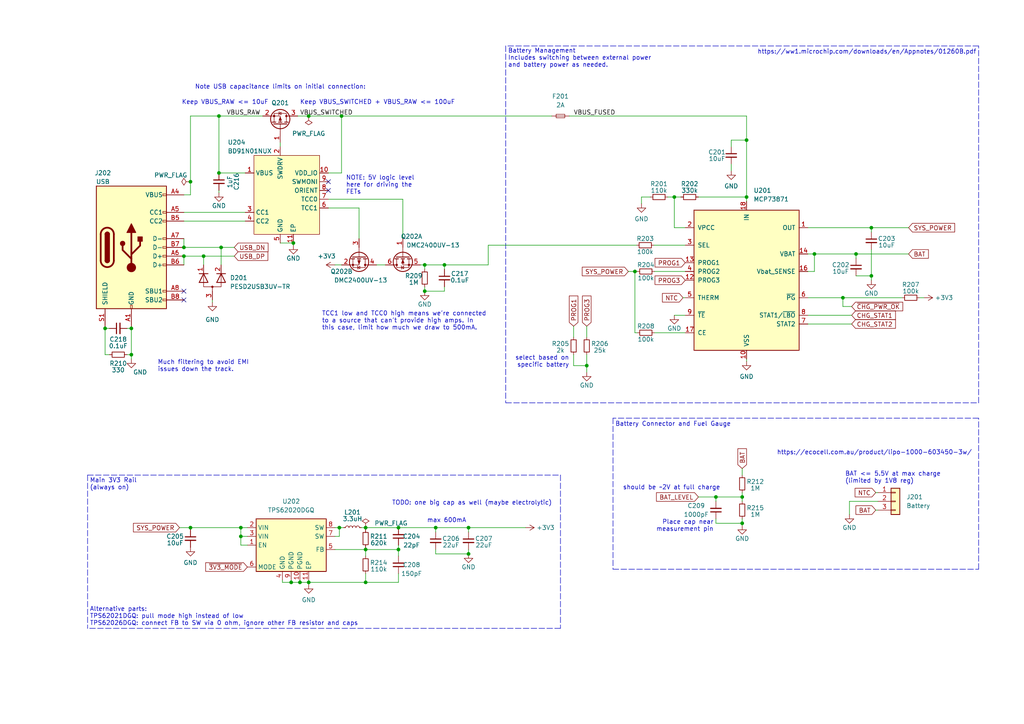
<source format=kicad_sch>
(kicad_sch (version 20211123) (generator eeschema)
  (paper "A4")
  (title_block (date "2022-09-04") (rev "1"))
  (lib_symbols
    (symbol "Battery_Management:MCP73871" (pin_names (offset 1.016))
      (property "Reference" "U" (at -7.62 24.13 0))
      (property "Value" "MCP73871" (at -15.24 21.59 0))
      (symbol "MCP73871_0_1"
        (rectangle (start -15.24 20.32) (end 15.24 -20.32) (stroke (width 0.254)) (fill (type background)))
      )
      (symbol "MCP73871_1_1"
        (pin power_out line (at 17.78 15.24 180) (length 2.54) (name "OUT") (number "1"))
        (pin power_in line (at 0 -22.86 90) (length 2.54) (name "VSS") (number "10"))
        (pin passive line (at 0 -22.86 90) (length 2.54) hide (name "VSS") (number "11"))
        (pin bidirectional line (at -17.78 0 0) (length 2.54) (name "PROG3") (number "12"))
        (pin bidirectional line (at -17.78 5.08 0) (length 2.54) (name "PROG1") (number "13"))
        (pin power_out line (at 17.78 7.62 180) (length 2.54) (name "VBAT") (number "14"))
        (pin passive line (at 17.78 7.62 180) (length 2.54) hide (name "VBAT") (number "15"))
        (pin input line (at 17.78 2.54 180) (length 2.54) (name "Vbat_SENSE") (number "16"))
        (pin input line (at -17.78 -15.24 0) (length 2.54) (name "CE") (number "17"))
        (pin power_in line (at 0 22.86 270) (length 2.54) (name "IN") (number "18"))
        (pin passive line (at 0 22.86 270) (length 2.54) hide (name "IN") (number "19"))
        (pin input line (at -17.78 15.24 0) (length 2.54) (name "VPCC") (number "2"))
        (pin passive line (at 17.78 15.24 180) (length 2.54) hide (name "OUT") (number "20"))
        (pin passive line (at 0 -22.86 90) (length 2.54) hide (name "VSS") (number "21"))
        (pin input line (at -17.78 10.16 0) (length 2.54) (name "SEL") (number "3"))
        (pin input line (at -17.78 2.54 0) (length 2.54) (name "PROG2") (number "4"))
        (pin bidirectional line (at -17.78 -5.08 0) (length 2.54) (name "THERM") (number "5"))
        (pin open_collector line (at 17.78 -5.08 180) (length 2.54) (name "~{PG}") (number "6"))
        (pin open_collector line (at 17.78 -12.7 180) (length 2.54) (name "STAT2") (number "7"))
        (pin open_collector line (at 17.78 -10.16 180) (length 2.54) (name "STAT1/~{LBO}") (number "8"))
        (pin input line (at -17.78 -10.16 0) (length 2.54) (name "~{TE}") (number "9"))
      )
    )
    (symbol "Connector:USB_C_Receptacle_USB2.0" (pin_names (offset 1.016))
      (property "Reference" "J" (at -10.16 19.05 0))
      (property "Value" "USB_C_Receptacle_USB2.0" (at 19.05 19.05 0))
      (symbol "USB_C_Receptacle_USB2.0_0_0"
        (rectangle (start -0.254 -17.78) (end 0.254 -16.764))
        (rectangle (start 10.16 -14.986) (end 9.144 -15.494))
        (rectangle (start 10.16 -12.446) (end 9.144 -12.954))
        (rectangle (start 10.16 -4.826) (end 9.144 -5.334))
        (rectangle (start 10.16 -2.286) (end 9.144 -2.794))
        (rectangle (start 10.16 0.254) (end 9.144 -0.254))
        (rectangle (start 10.16 2.794) (end 9.144 2.286))
        (rectangle (start 10.16 7.874) (end 9.144 7.366))
        (rectangle (start 10.16 10.414) (end 9.144 9.906))
        (rectangle (start 10.16 15.494) (end 9.144 14.986))
      )
      (symbol "USB_C_Receptacle_USB2.0_0_1"
        (rectangle (start -10.16 17.78) (end 10.16 -17.78) (stroke (width 0.254)) (fill (type background)))
        (arc (start -8.89 -3.81) (mid -6.985 -5.715) (end -5.08 -3.81) (stroke (width 0.508)))
        (arc (start -7.62 -3.81) (mid -6.985 -4.445) (end -6.35 -3.81) (stroke (width 0.254)))
        (arc (start -7.62 -3.81) (mid -6.985 -4.445) (end -6.35 -3.81) (stroke (width 0.254)) (fill (type outline)))
        (rectangle (start -7.62 -3.81) (end -6.35 3.81) (stroke (width 0.254)) (fill (type outline)))
        (arc (start -6.35 3.81) (mid -6.985 4.445) (end -7.62 3.81) (stroke (width 0.254)))
        (arc (start -6.35 3.81) (mid -6.985 4.445) (end -7.62 3.81) (stroke (width 0.254)) (fill (type outline)))
        (arc (start -5.08 3.81) (mid -6.985 5.715) (end -8.89 3.81) (stroke (width 0.508)))
        (circle (center -2.54 1.143) (radius 0.635) (stroke (width 0.254)) (fill (type outline)))
        (circle (center 0 -5.842) (radius 1.27) (fill (type outline)))
        (polyline (pts (xy -8.89 -3.81) (xy -8.89 3.81)) (stroke (width 0.508)))
        (polyline (pts (xy -5.08 3.81) (xy -5.08 -3.81)) (stroke (width 0.508)))
        (polyline (pts (xy 0 -5.842) (xy 0 4.318)) (stroke (width 0.508)))
        (polyline (pts (xy 0 -3.302) (xy -2.54 -0.762) (xy -2.54 0.508)) (stroke (width 0.508)))
        (polyline (pts (xy 0 -2.032) (xy 2.54 0.508) (xy 2.54 1.778)) (stroke (width 0.508)))
        (polyline (pts (xy -1.27 4.318) (xy 0 6.858) (xy 1.27 4.318) (xy -1.27 4.318)) (stroke (width 0.254)) (fill (type outline)))
        (rectangle (start 1.905 1.778) (end 3.175 3.048) (stroke (width 0.254)) (fill (type outline)))
      )
      (symbol "USB_C_Receptacle_USB2.0_1_1"
        (pin passive line (at 0 -22.86 90) (length 5.08) (name "GND") (number "A1"))
        (pin passive line (at 0 -22.86 90) (length 5.08) hide (name "GND") (number "A12"))
        (pin passive line (at 15.24 15.24 180) (length 5.08) (name "VBUS") (number "A4"))
        (pin bidirectional line (at 15.24 10.16 180) (length 5.08) (name "CC1") (number "A5"))
        (pin bidirectional line (at 15.24 -2.54 180) (length 5.08) (name "D+") (number "A6"))
        (pin bidirectional line (at 15.24 2.54 180) (length 5.08) (name "D-") (number "A7"))
        (pin bidirectional line (at 15.24 -12.7 180) (length 5.08) (name "SBU1") (number "A8"))
        (pin passive line (at 15.24 15.24 180) (length 5.08) hide (name "VBUS") (number "A9"))
        (pin passive line (at 0 -22.86 90) (length 5.08) hide (name "GND") (number "B1"))
        (pin passive line (at 0 -22.86 90) (length 5.08) hide (name "GND") (number "B12"))
        (pin passive line (at 15.24 15.24 180) (length 5.08) hide (name "VBUS") (number "B4"))
        (pin bidirectional line (at 15.24 7.62 180) (length 5.08) (name "CC2") (number "B5"))
        (pin bidirectional line (at 15.24 -5.08 180) (length 5.08) (name "D+") (number "B6"))
        (pin bidirectional line (at 15.24 0 180) (length 5.08) (name "D-") (number "B7"))
        (pin bidirectional line (at 15.24 -15.24 180) (length 5.08) (name "SBU2") (number "B8"))
        (pin passive line (at 15.24 15.24 180) (length 5.08) hide (name "VBUS") (number "B9"))
        (pin passive line (at -7.62 -22.86 90) (length 5.08) (name "SHIELD") (number "S1"))
      )
    )
    (symbol "Connector_Generic:Conn_01x03" (pin_names (offset 1.016) hide)
      (property "Reference" "J" (at 0 5.08 0))
      (property "Value" "Conn_01x03" (at 0 -5.08 0))
      (symbol "Conn_01x03_1_1"
        (rectangle (start -1.27 -2.413) (end 0 -2.667) (stroke (width 0.1524)))
        (rectangle (start -1.27 0.127) (end 0 -0.127) (stroke (width 0.1524)))
        (rectangle (start -1.27 2.667) (end 0 2.413) (stroke (width 0.1524)))
        (rectangle (start -1.27 3.81) (end 1.27 -3.81) (stroke (width 0.254)) (fill (type background)))
        (pin passive line (at -5.08 2.54 0) (length 3.81) (name "Pin_1") (number "1"))
        (pin passive line (at -5.08 0 0) (length 3.81) (name "Pin_2") (number "2"))
        (pin passive line (at -5.08 -2.54 0) (length 3.81) (name "Pin_3") (number "3"))
      )
    )
    (symbol "Device:C_Small" (pin_numbers hide) (pin_names (offset 0.254) hide)
      (property "Reference" "C" (at 0.254 1.778 0))
      (property "Value" "C_Small" (at 0.254 -2.032 0))
      (symbol "C_Small_0_1"
        (polyline (pts (xy -1.524 -0.508) (xy 1.524 -0.508)) (stroke (width 0.3302)))
        (polyline (pts (xy -1.524 0.508) (xy 1.524 0.508)) (stroke (width 0.3048)))
      )
      (symbol "C_Small_1_1"
        (pin passive line (at 0 2.54 270) (length 2.032) (name "~") (number "1"))
        (pin passive line (at 0 -2.54 90) (length 2.032) (name "~") (number "2"))
      )
    )
    (symbol "Device:D_Dual_CommonAnode_KKA_Parallel" (pin_names (offset 0.762) hide)
      (property "Reference" "D" (at 0 5.08 0))
      (property "Value" "D_Dual_CommonAnode_KKA_Parallel" (at 0 -5.08 0))
      (symbol "D_Dual_CommonAnode_KKA_Parallel_0_0"
        (polyline (pts (xy 2.54 -3.81) (xy 2.54 -1.27)) (stroke (width 0.254)))
        (polyline (pts (xy 2.54 1.27) (xy 2.54 3.81)) (stroke (width 0.254)))
      )
      (symbol "D_Dual_CommonAnode_KKA_Parallel_0_1"
        (circle (center -1.27 0) (radius 0.254) (fill (type outline)))
        (polyline (pts (xy -1.27 0) (xy -2.54 0)))
        (polyline (pts (xy 2.54 2.54) (xy -1.27 2.54) (xy -1.27 -2.54) (xy 2.54 -2.54)))
        (polyline (pts (xy 0 -1.27) (xy 2.54 -2.54) (xy 0 -3.81) (xy 0 -1.27) (xy 0 -1.27) (xy 0 -1.27)) (stroke (width 0.254)))
        (polyline (pts (xy 0 3.81) (xy 2.54 2.54) (xy 0 1.27) (xy 0 3.81) (xy 0 3.81) (xy 0 3.81)) (stroke (width 0.254)))
        (pin passive line (at 5.08 2.54 180) (length 2.54) (name "K") (number "1"))
        (pin passive line (at 5.08 -2.54 180) (length 2.54) (name "K") (number "2"))
        (pin passive line (at -5.08 0 0) (length 2.54) (name "A") (number "3"))
      )
    )
    (symbol "Device:Fuse_Small" (pin_numbers hide) (pin_names (offset 0.254) hide)
      (property "Reference" "F" (at 0 -1.524 0))
      (property "Value" "Fuse_Small" (at 0 1.524 0))
      (symbol "Fuse_Small_0_1"
        (rectangle (start -1.27 0.508) (end 1.27 -0.508))
        (polyline (pts (xy -1.27 0) (xy 1.27 0)))
      )
      (symbol "Fuse_Small_1_1"
        (pin passive line (at -2.54 0 0) (length 1.27) (name "~") (number "1"))
        (pin passive line (at 2.54 0 180) (length 1.27) (name "~") (number "2"))
      )
    )
    (symbol "Device:L_Small" (pin_numbers hide) (pin_names (offset 0.254) hide)
      (property "Reference" "L" (at 0.762 1.016 0))
      (property "Value" "L_Small" (at 0.762 -1.016 0))
      (symbol "L_Small_0_1"
        (arc (start 0 -2.032) (mid 0.508 -1.524) (end 0 -1.016))
        (arc (start 0 -1.016) (mid 0.508 -0.508) (end 0 0))
        (arc (start 0 0) (mid 0.508 0.508) (end 0 1.016))
        (arc (start 0 1.016) (mid 0.508 1.524) (end 0 2.032))
      )
      (symbol "L_Small_1_1"
        (pin passive line (at 0 2.54 270) (length 0.508) (name "~") (number "1"))
        (pin passive line (at 0 -2.54 90) (length 0.508) (name "~") (number "2"))
      )
    )
    (symbol "Device:Q_PMOS_GSD" (pin_names (offset 0) hide)
      (property "Reference" "Q" (at 5.08 1.27 0))
      (property "Value" "Q_PMOS_GSD" (at 5.08 -1.27 0))
      (symbol "Q_PMOS_GSD_0_1"
        (polyline (pts (xy 0.254 0) (xy -2.54 0)))
        (polyline (pts (xy 0.254 1.905) (xy 0.254 -1.905)) (stroke (width 0.254)))
        (polyline (pts (xy 0.762 -1.27) (xy 0.762 -2.286)) (stroke (width 0.254)))
        (polyline (pts (xy 0.762 0.508) (xy 0.762 -0.508)) (stroke (width 0.254)))
        (polyline (pts (xy 0.762 2.286) (xy 0.762 1.27)) (stroke (width 0.254)))
        (polyline (pts (xy 2.54 2.54) (xy 2.54 1.778)))
        (polyline (pts (xy 2.54 -2.54) (xy 2.54 0) (xy 0.762 0)))
        (polyline (pts (xy 0.762 1.778) (xy 3.302 1.778) (xy 3.302 -1.778) (xy 0.762 -1.778)))
        (polyline (pts (xy 2.286 0) (xy 1.27 0.381) (xy 1.27 -0.381) (xy 2.286 0)) (fill (type outline)))
        (polyline (pts (xy 2.794 -0.508) (xy 2.921 -0.381) (xy 3.683 -0.381) (xy 3.81 -0.254)))
        (polyline (pts (xy 3.302 -0.381) (xy 2.921 0.254) (xy 3.683 0.254) (xy 3.302 -0.381)))
        (circle (center 1.651 0) (radius 2.794) (stroke (width 0.254)))
        (circle (center 2.54 -1.778) (radius 0.254) (fill (type outline)))
        (circle (center 2.54 1.778) (radius 0.254) (fill (type outline)))
      )
      (symbol "Q_PMOS_GSD_1_1"
        (pin input line (at -5.08 0 0) (length 2.54) (name "G") (number "1"))
        (pin passive line (at 2.54 -5.08 90) (length 2.54) (name "S") (number "2"))
        (pin passive line (at 2.54 5.08 270) (length 2.54) (name "D") (number "3"))
      )
    )
    (symbol "Device:R_Small" (pin_numbers hide) (pin_names (offset 0.254) hide)
      (property "Reference" "R" (at 0.762 0.508 0))
      (property "Value" "R_Small" (at 0.762 -1.016 0))
      (symbol "R_Small_0_1"
        (rectangle (start -0.762 1.778) (end 0.762 -1.778) (stroke (width 0.2032)))
      )
      (symbol "R_Small_1_1"
        (pin passive line (at 0 2.54 270) (length 0.762) (name "~") (number "1"))
        (pin passive line (at 0 -2.54 90) (length 0.762) (name "~") (number "2"))
      )
    )
    (symbol "Transistor_FET:DMC2053UVT" (pin_names hide)
      (property "Reference" "Q" (at 3.175 1.27 0))
      (property "Value" "DMC2053UVT" (at 3.175 -1.27 0))
      (symbol "DMC2053UVT_0_1"
        (circle (center -0.889 0) (radius 2.794) (stroke (width 0.254)))
        (circle (center 0 -1.778) (radius 0.254) (fill (type outline)))
        (polyline (pts (xy -2.286 0) (xy -5.08 0)))
        (polyline (pts (xy -2.286 1.905) (xy -2.286 -1.905)) (stroke (width 0.254)))
        (polyline (pts (xy -1.778 -1.27) (xy -1.778 -2.286)) (stroke (width 0.254)))
        (polyline (pts (xy -1.778 0.508) (xy -1.778 -0.508)) (stroke (width 0.254)))
        (polyline (pts (xy -1.778 2.286) (xy -1.778 1.27)) (stroke (width 0.254)))
        (polyline (pts (xy 0 2.54) (xy 0 1.778)))
        (polyline (pts (xy 0 -2.54) (xy 0 0) (xy -1.778 0)))
        (polyline (pts (xy -1.778 -1.778) (xy 0.762 -1.778) (xy 0.762 1.778) (xy -1.778 1.778)))
        (circle (center 0 1.778) (radius 0.254) (fill (type outline)))
      )
      (symbol "DMC2053UVT_1_1"
        (polyline (pts (xy -1.524 0) (xy -0.508 0.381) (xy -0.508 -0.381) (xy -1.524 0)) (fill (type outline)))
        (polyline (pts (xy 0.254 0.508) (xy 0.381 0.381) (xy 1.143 0.381) (xy 1.27 0.254)))
        (polyline (pts (xy 0.762 0.381) (xy 0.381 -0.254) (xy 1.143 -0.254) (xy 0.762 0.381)))
        (pin passive line (at -7.62 0 0) (length 2.54) (name "G") (number "1"))
        (pin passive line (at 0 -5.08 90) (length 2.54) (name "S") (number "5"))
        (pin passive line (at 0 5.08 270) (length 2.54) (name "D") (number "6"))
      )
      (symbol "DMC2053UVT_2_1"
        (polyline (pts (xy -0.254 0) (xy -1.27 0.381) (xy -1.27 -0.381) (xy -0.254 0)) (fill (type outline)))
        (polyline (pts (xy 0.254 -0.508) (xy 0.381 -0.381) (xy 1.143 -0.381) (xy 1.27 -0.254)))
        (polyline (pts (xy 0.762 -0.381) (xy 0.381 0.254) (xy 1.143 0.254) (xy 0.762 -0.381)))
        (pin passive line (at 0 -5.08 90) (length 2.54) (name "S") (number "2"))
        (pin passive line (at -7.62 0 0) (length 2.54) (name "G") (number "3"))
        (pin passive line (at 0 5.08 270) (length 2.54) (name "D") (number "4"))
      )
    )
    (symbol "power:+3V3" (power) (pin_names (offset 0))
      (property "Value" "+3V3" (at 0 3.556 0))
      (symbol "+3V3_0_1"
        (polyline (pts (xy -0.762 1.27) (xy 0 2.54)))
        (polyline (pts (xy 0 0) (xy 0 2.54)))
        (polyline (pts (xy 0 2.54) (xy 0.762 1.27)))
      )
      (symbol "+3V3_1_1"
        (pin power_in line (at 0 0 90) (length 0) hide (name "+3V3") (number "1"))
      )
    )
    (symbol "power:GND" (power) (pin_names (offset 0))
      (property "Value" "GND" (at 0 -3.81 0))
      (symbol "GND_0_1"
        (polyline (pts (xy 0 0) (xy 0 -1.27) (xy 1.27 -1.27) (xy 0 -2.54) (xy -1.27 -1.27) (xy 0 -1.27)))
      )
      (symbol "GND_1_1"
        (pin power_in line (at 0 0 270) (length 0) hide (name "GND") (number "1"))
      )
    )
    (symbol "power:PWR_FLAG" (power) (pin_numbers hide) (pin_names (offset 0) hide)
      (property "Value" "PWR_FLAG" (at 0 3.81 0))
      (symbol "PWR_FLAG_0_0"
        (pin power_out line (at 0 0 90) (length 0) (name "pwr") (number "1"))
      )
      (symbol "PWR_FLAG_0_1"
        (polyline (pts (xy 0 0) (xy 0 1.27) (xy -1.016 1.905) (xy 0 2.54) (xy 1.016 1.905) (xy 0 1.27)))
      )
    )
    (symbol "symbols:BD91N01NUX"
      (property "Reference" "U" (at 0 13.97 0))
      (property "Value" "BD91N01NUX" (at 5.08 16.51 0))
      (symbol "BD91N01NUX_0_1"
        (rectangle (start -12.7 12.7) (end 6.35 -10.16) (fill (type background)))
      )
      (symbol "BD91N01NUX_1_1"
        (pin input line (at -15.24 7.62 0) (length 2.54) (name "VBUS") (number "1"))
        (pin input line (at 8.89 7.62 180) (length 2.54) (name "VDD_IO") (number "10"))
        (pin input line (at -1.27 -12.7 90) (length 2.54) (name "EP") (number "11"))
        (pin output line (at -5.08 15.24 270) (length 2.54) (name "SWDRV") (number "2"))
        (pin input line (at -15.24 -3.81 0) (length 2.54) (name "CC1") (number "3"))
        (pin input line (at -15.24 -6.35 0) (length 2.54) (name "CC2") (number "4"))
        (pin input line (at -5.08 -12.7 90) (length 2.54) (name "GND") (number "5"))
        (pin output line (at 8.89 -2.54 180) (length 2.54) (name "TCC1") (number "6"))
        (pin output line (at 8.89 0 180) (length 2.54) (name "TCC0") (number "7"))
        (pin output line (at 8.89 2.54 180) (length 2.54) (name "ORIENT") (number "8"))
        (pin output line (at 8.89 5.08 180) (length 2.54) (name "SWMONI") (number "9"))
      )
    )
    (symbol "symbols:TPS62026"
      (property "Reference" "U" (at 0 3.81 0))
      (property "Value" "TPS62026" (at 0 6.35 0))
      (symbol "TPS62026_0_0"
        (pin power_in line (at 2.54 -10.16 90) (length 2.54) (name "PGND") (number "10"))
        (pin power_in line (at 5.08 -10.16 90) (length 2.54) (name "EP") (number "11"))
      )
      (symbol "TPS62026_1_1"
        (rectangle (start -10.16 7.62) (end 10.16 -7.62) (stroke (width 0.254)) (fill (type background)))
        (pin input line (at -12.7 0 0) (length 2.54) (name "EN") (number "1"))
        (pin power_in line (at -12.7 5.08 0) (length 2.54) (name "VIN") (number "2"))
        (pin input line (at -12.7 2.54 0) (length 2.54) (name "VIN") (number "3"))
        (pin input line (at -2.54 -10.16 90) (length 2.54) (name "GND") (number "4"))
        (pin open_collector line (at 12.7 -1.27 180) (length 2.54) (name "FB") (number "5"))
        (pin open_collector line (at -12.7 -6.35 0) (length 2.54) (name "MODE") (number "6"))
        (pin power_out line (at 12.7 2.54 180) (length 2.54) (name "SW") (number "7"))
        (pin power_in line (at 12.7 5.08 180) (length 2.54) (name "SW") (number "8"))
        (pin power_in line (at 0 -10.16 90) (length 2.54) (name "PGND") (number "9"))
      )
    )
  )
  (junction (at 106.045 168.91))
  (junction (at 215.265 144.145))
  (junction (at 89.535 168.91))
  (junction (at 84.455 168.91))
  (junction (at 30.48 95.25))
  (junction (at 128.905 76.835))
  (junction (at 135.89 160.655))
  (junction (at 89.535 33.655))
  (junction (at 99.06 33.655))
  (junction (at 236.22 73.66))
  (junction (at 63.5 33.655))
  (junction (at 135.89 153.035))
  (junction (at 106.045 159.385))
  (junction (at 98.425 153.035))
  (junction (at 69.85 153.035))
  (junction (at 123.19 76.835))
  (junction (at 115.57 159.385))
  (junction (at 215.265 151.765))
  (junction (at 69.85 155.575))
  (junction (at 207.645 144.145))
  (junction (at 126.365 153.035))
  (junction (at 184.15 78.74))
  (junction (at 55.245 153.035))
  (junction (at 53.34 71.755))
  (junction (at 38.1 95.25))
  (junction (at 38.1 102.87))
  (junction (at 248.285 73.66))
  (junction (at 63.5 50.165))
  (junction (at 216.535 40.64))
  (junction (at 55.245 52.705))
  (junction (at 123.19 84.455))
  (junction (at 86.995 168.91))
  (junction (at 216.535 57.15))
  (junction (at 53.34 74.295))
  (junction (at 195.58 57.15))
  (junction (at 85.09 70.485))
  (junction (at 115.57 153.035))
  (junction (at 64.135 71.755))
  (junction (at 244.475 86.36))
  (junction (at 252.73 66.04))
  (junction (at 59.055 74.295))
  (junction (at 252.73 80.01))
  (junction (at 106.045 153.035))
  (junction (at 170.18 106.045))
  (no_connect (at 95.25 52.705))
  (no_connect (at 95.25 55.245))
  (no_connect (at 53.34 84.455))
  (no_connect (at 53.34 86.995))
  (wire (pts (xy 30.48 95.25) (xy 30.48 102.87)))
  (polyline (pts (xy 283.845 13.335) (xy 146.685 13.335)))
  (wire (pts (xy 63.5 50.165) (xy 63.5 33.655)))
  (wire (pts (xy 126.365 154.305) (xy 126.365 153.035)))
  (wire (pts (xy 115.57 166.37) (xy 115.57 168.91)))
  (wire (pts (xy 128.905 83.185) (xy 128.905 84.455)))
  (wire (pts (xy 207.645 145.415) (xy 207.645 144.145)))
  (wire (pts (xy 252.73 67.31) (xy 252.73 66.04)))
  (wire (pts (xy 55.245 33.655) (xy 55.245 52.705)))
  (wire (pts (xy 123.19 84.455) (xy 123.19 83.185)))
  (wire (pts (xy 188.595 57.15) (xy 186.055 57.15)))
  (wire (pts (xy 126.365 153.035) (xy 135.89 153.035)))
  (wire (pts (xy 216.535 40.64) (xy 216.535 57.15)))
  (wire (pts (xy 128.905 76.835) (xy 141.605 76.835)))
  (wire (pts (xy 61.595 87.63) (xy 61.595 86.995)))
  (wire (pts (xy 234.315 86.36) (xy 244.475 86.36)))
  (polyline (pts (xy 25.4 137.795) (xy 25.4 182.245)))
  (wire (pts (xy 135.89 159.385) (xy 135.89 160.655)))
  (wire (pts (xy 234.315 91.44) (xy 247.015 91.44)))
  (wire (pts (xy 55.245 153.035) (xy 69.85 153.035)))
  (wire (pts (xy 244.475 86.36) (xy 261.62 86.36)))
  (wire (pts (xy 202.565 57.15) (xy 216.535 57.15)))
  (polyline (pts (xy 162.56 137.795) (xy 162.56 182.245)))
  (wire (pts (xy 86.995 168.91) (xy 89.535 168.91)))
  (wire (pts (xy 109.22 76.835) (xy 111.76 76.835)))
  (wire (pts (xy 202.565 144.145) (xy 207.645 144.145)))
  (wire (pts (xy 215.265 135.89) (xy 215.265 137.795)))
  (wire (pts (xy 195.58 66.04) (xy 195.58 57.15)))
  (wire (pts (xy 106.045 168.91) (xy 89.535 168.91)))
  (wire (pts (xy 95.25 57.785) (xy 116.84 57.785)))
  (wire (pts (xy 38.1 94.615) (xy 38.1 95.25)))
  (wire (pts (xy 170.18 106.045) (xy 170.18 107.95)))
  (wire (pts (xy 63.5 33.655) (xy 76.2 33.655)))
  (wire (pts (xy 184.15 96.52) (xy 184.15 78.74)))
  (wire (pts (xy 198.755 66.04) (xy 195.58 66.04)))
  (wire (pts (xy 95.25 50.165) (xy 99.06 50.165)))
  (wire (pts (xy 71.755 158.115) (xy 69.85 158.115)))
  (wire (pts (xy 53.34 64.135) (xy 71.12 64.135)))
  (wire (pts (xy 135.89 153.035) (xy 152.4 153.035)))
  (wire (pts (xy 170.18 102.87) (xy 170.18 106.045)))
  (wire (pts (xy 123.19 78.105) (xy 123.19 76.835)))
  (wire (pts (xy 69.85 153.035) (xy 71.755 153.035)))
  (wire (pts (xy 116.84 57.785) (xy 116.84 69.215)))
  (wire (pts (xy 254 142.875) (xy 254.635 142.875)))
  (wire (pts (xy 234.315 93.98) (xy 247.015 93.98)))
  (wire (pts (xy 254.635 145.415) (xy 246.38 145.415)))
  (wire (pts (xy 123.19 76.835) (xy 121.92 76.835)))
  (wire (pts (xy 106.045 153.035) (xy 115.57 153.035)))
  (wire (pts (xy 236.22 73.66) (xy 248.285 73.66)))
  (wire (pts (xy 81.28 41.275) (xy 81.28 42.545)))
  (wire (pts (xy 55.245 153.035) (xy 55.245 153.67)))
  (wire (pts (xy 38.1 95.25) (xy 38.1 102.87)))
  (wire (pts (xy 198.755 96.52) (xy 189.865 96.52)))
  (wire (pts (xy 165.1 33.655) (xy 216.535 33.655)))
  (wire (pts (xy 115.57 158.115) (xy 115.57 159.385)))
  (wire (pts (xy 64.135 71.755) (xy 67.945 71.755)))
  (wire (pts (xy 215.265 152.4) (xy 215.265 151.765)))
  (wire (pts (xy 195.58 91.44) (xy 198.755 91.44)))
  (wire (pts (xy 99.06 33.655) (xy 99.06 50.165)))
  (wire (pts (xy 59.055 74.295) (xy 59.055 76.835)))
  (wire (pts (xy 128.905 84.455) (xy 123.19 84.455)))
  (wire (pts (xy 215.265 151.765) (xy 215.265 150.495)))
  (wire (pts (xy 135.89 153.035) (xy 135.89 154.305)))
  (polyline (pts (xy 146.685 116.84) (xy 283.845 116.84)))
  (wire (pts (xy 106.045 153.67) (xy 106.045 153.035)))
  (wire (pts (xy 216.535 104.775) (xy 216.535 104.14)))
  (wire (pts (xy 248.285 73.66) (xy 248.285 74.93)))
  (wire (pts (xy 81.28 70.485) (xy 85.09 70.485)))
  (polyline (pts (xy 283.845 165.1) (xy 283.845 121.285)))
  (wire (pts (xy 53.34 71.755) (xy 64.135 71.755)))
  (wire (pts (xy 182.245 78.74) (xy 184.15 78.74)))
  (polyline (pts (xy 177.8 165.1) (xy 283.845 165.1)))
  (wire (pts (xy 115.57 159.385) (xy 106.045 159.385)))
  (polyline (pts (xy 146.685 13.335) (xy 146.685 116.84)))
  (wire (pts (xy 81.915 168.91) (xy 84.455 168.91)))
  (wire (pts (xy 198.12 86.36) (xy 198.755 86.36)))
  (wire (pts (xy 86.995 168.275) (xy 86.995 168.91)))
  (wire (pts (xy 53.34 74.295) (xy 59.055 74.295)))
  (wire (pts (xy 89.535 168.91) (xy 89.535 169.545)))
  (wire (pts (xy 55.245 33.655) (xy 63.5 33.655)))
  (wire (pts (xy 69.85 155.575) (xy 69.85 158.115)))
  (wire (pts (xy 252.73 81.28) (xy 252.73 80.01)))
  (wire (pts (xy 186.055 57.15) (xy 186.055 59.055)))
  (wire (pts (xy 106.045 166.37) (xy 106.045 168.91)))
  (wire (pts (xy 95.25 60.325) (xy 104.14 60.325)))
  (wire (pts (xy 98.425 153.035) (xy 97.155 153.035)))
  (wire (pts (xy 212.09 42.545) (xy 212.09 40.64)))
  (wire (pts (xy 30.48 102.87) (xy 31.75 102.87)))
  (wire (pts (xy 98.425 155.575) (xy 98.425 153.035)))
  (wire (pts (xy 53.34 61.595) (xy 71.12 61.595)))
  (wire (pts (xy 236.22 78.74) (xy 236.22 73.66)))
  (wire (pts (xy 244.475 86.36) (xy 244.475 88.9)))
  (wire (pts (xy 53.34 56.515) (xy 55.245 56.515)))
  (wire (pts (xy 59.055 74.295) (xy 67.945 74.295)))
  (polyline (pts (xy 162.56 182.245) (xy 25.4 182.245)))
  (wire (pts (xy 170.18 94.615) (xy 170.18 97.79)))
  (wire (pts (xy 246.38 145.415) (xy 246.38 149.225)))
  (wire (pts (xy 126.365 160.655) (xy 126.365 159.385)))
  (wire (pts (xy 189.865 78.74) (xy 198.755 78.74)))
  (wire (pts (xy 55.245 52.705) (xy 55.245 56.515)))
  (wire (pts (xy 53.34 71.755) (xy 53.34 69.215)))
  (wire (pts (xy 126.365 160.655) (xy 135.89 160.655)))
  (wire (pts (xy 86.36 33.655) (xy 89.535 33.655)))
  (wire (pts (xy 252.73 72.39) (xy 252.73 80.01)))
  (polyline (pts (xy 177.8 121.285) (xy 177.8 165.1)))
  (wire (pts (xy 207.645 151.765) (xy 215.265 151.765)))
  (wire (pts (xy 99.695 153.035) (xy 98.425 153.035)))
  (wire (pts (xy 216.535 57.15) (xy 216.535 58.42)))
  (wire (pts (xy 244.475 88.9) (xy 247.015 88.9)))
  (wire (pts (xy 84.455 168.91) (xy 86.995 168.91)))
  (wire (pts (xy 215.265 144.145) (xy 215.265 142.875)))
  (wire (pts (xy 71.755 155.575) (xy 69.85 155.575)))
  (wire (pts (xy 234.315 78.74) (xy 236.22 78.74)))
  (wire (pts (xy 104.14 60.325) (xy 104.14 69.215)))
  (wire (pts (xy 166.37 102.87) (xy 166.37 106.045)))
  (wire (pts (xy 30.48 94.615) (xy 30.48 95.25)))
  (wire (pts (xy 212.09 40.64) (xy 216.535 40.64)))
  (wire (pts (xy 195.58 57.15) (xy 197.485 57.15)))
  (wire (pts (xy 215.265 145.415) (xy 215.265 144.145)))
  (polyline (pts (xy 283.845 116.84) (xy 283.845 13.335)))
  (wire (pts (xy 212.09 47.625) (xy 212.09 49.53)))
  (wire (pts (xy 128.905 76.835) (xy 128.905 78.105)))
  (polyline (pts (xy 283.845 121.285) (xy 177.8 121.285)))
  (wire (pts (xy 85.09 70.485) (xy 85.09 71.12)))
  (wire (pts (xy 248.285 73.66) (xy 263.525 73.66)))
  (wire (pts (xy 189.6926 71.12) (xy 198.755 71.12)))
  (wire (pts (xy 97.155 76.835) (xy 99.06 76.835)))
  (wire (pts (xy 64.135 71.755) (xy 64.135 76.835)))
  (wire (pts (xy 89.535 168.275) (xy 89.535 168.91)))
  (wire (pts (xy 84.455 168.275) (xy 84.455 168.91)))
  (wire (pts (xy 89.535 33.655) (xy 99.06 33.655)))
  (wire (pts (xy 216.535 33.655) (xy 216.535 40.64)))
  (wire (pts (xy 38.1 102.87) (xy 38.1 104.14)))
  (wire (pts (xy 97.155 159.385) (xy 106.045 159.385)))
  (wire (pts (xy 115.57 153.035) (xy 126.365 153.035)))
  (wire (pts (xy 106.045 159.385) (xy 106.045 161.29)))
  (wire (pts (xy 141.605 71.12) (xy 141.605 76.835)))
  (wire (pts (xy 254 147.955) (xy 254.635 147.955)))
  (wire (pts (xy 81.915 168.275) (xy 81.915 168.91)))
  (wire (pts (xy 184.785 78.74) (xy 184.15 78.74)))
  (wire (pts (xy 115.57 159.385) (xy 115.57 161.29)))
  (wire (pts (xy 234.315 66.04) (xy 252.73 66.04)))
  (wire (pts (xy 166.37 106.045) (xy 170.18 106.045)))
  (wire (pts (xy 106.045 153.035) (xy 104.775 153.035)))
  (wire (pts (xy 106.045 159.385) (xy 106.045 158.75)))
  (wire (pts (xy 69.85 155.575) (xy 69.85 153.035)))
  (wire (pts (xy 184.785 96.52) (xy 184.15 96.52)))
  (wire (pts (xy 99.06 33.655) (xy 160.02 33.655)))
  (wire (pts (xy 115.57 168.91) (xy 106.045 168.91)))
  (wire (pts (xy 266.7 86.36) (xy 267.97 86.36)))
  (wire (pts (xy 30.48 95.25) (xy 31.75 95.25)))
  (wire (pts (xy 248.285 80.01) (xy 252.73 80.01)))
  (wire (pts (xy 123.19 76.835) (xy 128.905 76.835)))
  (wire (pts (xy 252.73 66.04) (xy 263.525 66.04)))
  (wire (pts (xy 97.155 155.575) (xy 98.425 155.575)))
  (wire (pts (xy 141.605 71.12) (xy 184.6126 71.12)))
  (wire (pts (xy 207.645 150.495) (xy 207.645 151.765)))
  (wire (pts (xy 36.83 95.25) (xy 38.1 95.25)))
  (polyline (pts (xy 25.4 137.795) (xy 162.56 137.795)))
  (wire (pts (xy 166.37 94.615) (xy 166.37 97.79)))
  (wire (pts (xy 193.675 57.15) (xy 195.58 57.15)))
  (wire (pts (xy 36.83 102.87) (xy 38.1 102.87)))
  (wire (pts (xy 207.645 144.145) (xy 215.265 144.145)))
  (wire (pts (xy 63.5 55.88) (xy 63.5 55.245)))
  (wire (pts (xy 71.12 50.165) (xy 63.5 50.165)))
  (wire (pts (xy 234.315 73.66) (xy 236.22 73.66)))
  (wire (pts (xy 53.34 74.295) (xy 53.34 76.835)))
  (wire (pts (xy 52.07 153.035) (xy 55.245 153.035)))
  (text "Place cap near\nmeasurement pin" (at 207.01 154.305 180) (effects (font (size 1.27 1.27)) (justify right bottom)))
  (text "TODO: one big cap as well (maybe electrolytic)" (at 113.665 146.685 0) (effects (font (size 1.27 1.27)) (justify left bottom)))
  (text "https://ecocell.com.au/product/lipo-1000-603450-3w/" (at 281.94 132.08 0) (effects (font (size 1.27 1.27)) (justify right bottom)))
  (text "max 600mA" (at 123.825 151.765 0) (effects (font (size 1.27 1.27)) (justify left bottom)))
  (text "https://ww1.microchip.com/downloads/en/Appnotes/01260B.pdf" (at 283.21 15.875 0) (effects (font (size 1.27 1.27)) (justify right bottom)))
  (text "Battery Connector and Fuel Gauge" (at 178.435 123.825 0) (effects (font (size 1.27 1.27)) (justify left bottom)))
  (text "Main 3V3 Rail\n(always on)" (at 26.035 142.24 0) (effects (font (size 1.27 1.27)) (justify left bottom)))
  (text "should be ~2V at full charge" (at 208.915 142.24 180) (effects (font (size 1.27 1.27)) (justify right bottom)))
  (text "Much filtering to avoid EMI\nissues down the track." (at 45.72 107.95 0) (effects (font (size 1.27 1.27)) (justify left bottom)))
  (text "Battery Management\nIncludes switching between external power\nand battery power as needed." (at 147.32 19.685 0) (effects (font (size 1.27 1.27)) (justify left bottom)))
  (text "NOTE: 5V logic level\nhere for driving the\nFETs" (at 100.33 56.515 0) (effects (font (size 1.27 1.27)) (justify left bottom)))
  (text "TCC1 low and TCC0 high means we're connected\nto a source that can't provide high amps. In\nthis case, limit how much we draw to 500mA." (at 93.345 95.885 0) (effects (font (size 1.27 1.27)) (justify left bottom)))
  (text "Keep VBUS_RAW <= 10uF" (at 52.705 30.48 0) (effects (font (size 1.27 1.27)) (justify left bottom)))
  (text "Keep VBUS_SWITCHED + VBUS_RAW <= 100uF" (at 86.995 30.48 0) (effects (font (size 1.27 1.27)) (justify left bottom)))
  (text "select based on\nspecific battery" (at 165.1 106.68 180) (effects (font (size 1.27 1.27)) (justify right bottom)))
  (text "Note USB capacitance limits on initial connection:" (at 56.515 26.035 0) (effects (font (size 1.27 1.27)) (justify left bottom)))
  (text "Alternative parts:\nTPS62021DGQ: pull mode high instead of low\nTPS62026DGQ: connect FB to SW via 0 ohm, ignore other FB resistor and caps" (at 26.035 181.61 0) (effects (font (size 1.27 1.27)) (justify left bottom)))
  (text "BAT <= 5.5V at max charge\n(limited by 1V8 reg)" (at 245.11 140.335 0) (effects (font (size 1.27 1.27)) (justify left bottom)))
  (label "VBUS_RAW" (at 75.565 33.655 180))
  (label "VBUS_FUSED" (at 166.37 33.655 0))
  (label "VBUS_SWITCHED" (at 86.995 33.655 0))
  (global_label "~{3V3_MODE}" (shape input) (at 71.755 164.465 180) (property "Intersheet References" "${INTERSHEET_REFS}" (effects hide)))
  (global_label "~{CHG_PWR_OK}" (shape input) (at 247.015 88.9 0) (property "Intersheet References" "${INTERSHEET_REFS}" (effects hide)))
  (global_label "BAT" (shape input) (at 254 147.955 180) (property "Intersheet References" "${INTERSHEET_REFS}" (effects hide)))
  (global_label "PROG3" (shape input) (at 170.18 94.615 90) (property "Intersheet References" "${INTERSHEET_REFS}" (effects hide)))
  (global_label "SYS_POWER" (shape input) (at 263.525 66.04 0) (property "Intersheet References" "${INTERSHEET_REFS}" (effects hide)))
  (global_label "CHG_STAT2" (shape input) (at 247.015 93.98 0) (property "Intersheet References" "${INTERSHEET_REFS}" (effects hide)))
  (global_label "PROG3" (shape input) (at 198.755 81.28 180) (property "Intersheet References" "${INTERSHEET_REFS}" (effects hide)))
  (global_label "USB_DP" (shape input) (at 67.945 74.295 0) (property "Intersheet References" "${INTERSHEET_REFS}" (effects hide)))
  (global_label "PROG1" (shape input) (at 166.37 94.615 90) (property "Intersheet References" "${INTERSHEET_REFS}" (effects hide)))
  (global_label "SYS_POWER" (shape input) (at 52.07 153.035 180) (property "Intersheet References" "${INTERSHEET_REFS}" (effects hide)))
  (global_label "NTC" (shape input) (at 198.12 86.36 180) (property "Intersheet References" "${INTERSHEET_REFS}" (effects hide)))
  (global_label "BAT" (shape input) (at 215.265 135.89 90) (property "Intersheet References" "${INTERSHEET_REFS}" (effects hide)))
  (global_label "SYS_POWER" (shape input) (at 182.245 78.74 180) (property "Intersheet References" "${INTERSHEET_REFS}" (effects hide)))
  (global_label "CHG_STAT1" (shape input) (at 247.015 91.44 0) (property "Intersheet References" "${INTERSHEET_REFS}" (effects hide)))
  (global_label "BAT" (shape input) (at 263.525 73.66 0) (property "Intersheet References" "${INTERSHEET_REFS}" (effects hide)))
  (global_label "PROG1" (shape input) (at 198.755 76.2 180) (property "Intersheet References" "${INTERSHEET_REFS}" (effects hide)))
  (global_label "BAT_LEVEL" (shape input) (at 202.565 144.145 180) (property "Intersheet References" "${INTERSHEET_REFS}" (effects hide)))
  (global_label "NTC" (shape input) (at 254 142.875 180) (property "Intersheet References" "${INTERSHEET_REFS}" (effects hide)))
  (global_label "USB_DN" (shape input) (at 67.945 71.755 0) (property "Intersheet References" "${INTERSHEET_REFS}" (effects hide)))
  (symbol (lib_id "Device:R_Small") (at 215.265 147.955 0) (unit 1)
    (property "Reference" "R215" (at 219.075 147.32 0))
    (property "Value" "1M" (at 219.075 149.225 0))
    (property "Footprint" "Resistor_SMD:R_0603_1608Metric" (effects hide))
    (property "PN" "AC0603FR-131ML" (effects hide))
  )
  (symbol (lib_id "symbols:BD91N01NUX") (at 86.36 57.785 0) (unit 1)
    (property "Reference" "U204" (at 66.04 41.275 0) (effects (justify left)))
    (property "Value" "BD91N01NUX" (at 66.04 43.815 0) (effects (justify left)))
    (property "Footprint" "footprints:BD91N01NUX-E2" (effects hide))
    (property "PN" "BD91N01NUX" (effects hide))
  )
  (symbol (lib_id "power:GND") (at 63.5 55.88 0) (unit 1)
    (property "Reference" "#PWR0210" (effects hide))
    (property "Value" "GND" (at 63.5 59.69 0))
  )
  (symbol (lib_id "Device:C_Small") (at 126.365 156.845 0) (unit 1)
    (property "Reference" "C206" (at 130.81 156.21 0))
    (property "Value" "22uF" (at 130.81 158.115 0))
    (property "Footprint" "Capacitor_SMD:C_1206_3216Metric" (effects hide))
    (property "PN" "CL31A226MOCLNNC" (effects hide))
  )
  (symbol (lib_id "power:+3V3") (at 152.4 153.035 270) (unit 1)
    (property "Reference" "#PWR0207" (effects hide))
    (property "Value" "+3V3" (at 155.575 153.0349 90) (effects (justify left)))
  )
  (symbol (lib_id "Device:C_Small") (at 55.245 156.21 0) (unit 1)
    (property "Reference" "C205" (at 50.8 155.575 0))
    (property "Value" "10uF" (at 50.8 157.48 0))
    (property "Footprint" "Capacitor_SMD:C_0805_2012Metric" (effects hide))
    (property "PN" "EMK212ABJ106KG-T" (effects hide))
  )
  (symbol (lib_id "Device:R_Small") (at 187.325 96.52 90) (unit 1)
    (property "Reference" "R208" (at 187.325 94.615 90))
    (property "Value" "100k" (at 187.325 98.425 90))
    (property "Footprint" "Resistor_SMD:R_0603_1608Metric" (effects hide))
    (property "PN" "RC0603JR-10100KL" (effects hide))
  )
  (symbol (lib_id "Device:R_Small") (at 264.16 86.36 90) (unit 1)
    (property "Reference" "R207" (at 264.16 82.55 90))
    (property "Value" "100k" (at 264.16 84.455 90))
    (property "Footprint" "Resistor_SMD:R_0603_1608Metric" (effects hide))
    (property "PN" "RC0603JR-10100KL" (effects hide))
  )
  (symbol (lib_id "power:PWR_FLAG") (at 106.045 153.035 0) (unit 1)
    (property "Reference" "#FLG0102" (effects hide))
    (property "Value" "PWR_FLAG" (at 108.585 151.7649 0) (effects (justify left)))
  )
  (symbol (lib_id "power:GND") (at 89.535 169.545 0) (unit 1)
    (property "Reference" "#PWR0212" (effects hide))
    (property "Value" "GND" (at 89.535 173.99 0))
  )
  (symbol (lib_id "power:GND") (at 246.38 149.225 0) (unit 1)
    (property "Reference" "#PWR0211" (effects hide))
    (property "Value" "GND" (at 246.38 153.035 0))
  )
  (symbol (lib_id "Device:C_Small") (at 248.285 77.47 0) (unit 1)
    (property "Reference" "C202" (at 243.84 76.835 0))
    (property "Value" "10uF" (at 243.84 78.74 0))
    (property "Footprint" "Capacitor_SMD:C_0805_2012Metric" (effects hide))
    (property "PN" "EMK212ABJ106KG-T" (effects hide))
  )
  (symbol (lib_id "Device:D_Dual_CommonAnode_KKA_Parallel") (at 61.595 81.915 90) (unit 1)
    (property "Reference" "D201" (at 66.675 80.5814 90) (effects (justify right)))
    (property "Value" "PESD2USB3UV-TR" (at 66.675 83.1214 90) (effects (justify right)))
    (property "Footprint" "Package_TO_SOT_SMD:SOT-23" (effects hide))
    (property "PN" "PESD2USB3UV-TR" (effects hide))
  )
  (symbol (lib_id "Battery_Management:MCP73871") (at 216.535 81.28 0) (unit 1)
    (property "Reference" "U201" (at 218.5544 55.245 0) (effects (justify left)))
    (property "Value" "MCP73871" (at 218.5544 57.785 0) (effects (justify left)))
    (property "Footprint" "Package_DFN_QFN:QFN-20-1EP_4x4mm_P0.5mm_EP2.5x2.5mm_ThermalVias" (effects hide))
    (property "Datasheet" "http://www.mouser.com/ds/2/268/22090a-52174.pdf" (effects hide))
    (property "PN" "MCP73871" (effects hide))
  )
  (symbol (lib_id "Device:R_Small") (at 123.19 80.645 180) (unit 1)
    (property "Reference" "R209" (at 120.015 80.01 0))
    (property "Value" "1M" (at 120.015 81.915 0))
    (property "Footprint" "Resistor_SMD:R_0603_1608Metric" (effects hide))
    (property "PN" "AC0603FR-131ML" (effects hide))
  )
  (symbol (lib_id "power:GND") (at 61.595 87.63 0) (unit 1)
    (property "Reference" "#PWR0221" (effects hide))
    (property "Value" "GND" (at 61.595 92.71 0))
  )
  (symbol (lib_id "power:GND") (at 38.1 104.14 0) (unit 1)
    (property "Reference" "#PWR0222" (effects hide))
    (property "Value" "GND" (at 40.64 107.95 0))
  )
  (symbol (lib_id "power:GND") (at 195.58 91.44 0) (unit 1)
    (property "Reference" "#PWR0204" (effects hide))
    (property "Value" "GND" (at 195.58 95.25 0))
  )
  (symbol (lib_id "Device:R_Small") (at 215.265 140.335 0) (unit 1)
    (property "Reference" "R212" (at 219.075 139.7 0))
    (property "Value" "1M" (at 219.075 141.605 0))
    (property "Footprint" "Resistor_SMD:R_0603_1608Metric" (effects hide))
    (property "PN" "AC0603FR-131ML" (effects hide))
  )
  (symbol (lib_id "Device:C_Small") (at 207.645 147.955 180) (unit 1)
    (property "Reference" "C209" (at 201.93 146.685 0))
    (property "Value" "1000pF" (at 201.93 149.225 0))
    (property "Footprint" "Capacitor_SMD:C_0805_2012Metric" (effects hide))
    (property "PN" "0805YD102KAT2A" (effects hide))
  )
  (symbol (lib_id "Device:C_Small") (at 115.57 155.575 180) (unit 1)
    (property "Reference" "C204" (at 119.38 155.575 0))
    (property "Value" "22pF" (at 119.38 158.115 0))
    (property "Footprint" "Capacitor_SMD:C_0603_1608Metric" (effects hide))
    (property "PN" "C0603C220K4GACTU" (effects hide))
  )
  (symbol (lib_id "Device:R_Small") (at 166.37 100.33 0) (mirror y) (unit 1)
    (property "Reference" "R205" (at 162.56 99.695 0))
    (property "Value" "2k" (at 162.56 101.6 0))
    (property "Footprint" "Resistor_SMD:R_0603_1608Metric" (effects hide))
    (property "PN" "AR0603JR-072KL" (effects hide))
  )
  (symbol (lib_id "Device:C_Small") (at 252.73 69.85 0) (unit 1)
    (property "Reference" "C203" (at 257.175 69.215 0))
    (property "Value" "10uF" (at 257.175 71.12 0))
    (property "Footprint" "Capacitor_SMD:C_0805_2012Metric" (effects hide))
    (property "PN" "EMK212ABJ106KG-T" (effects hide))
  )
  (symbol (lib_id "symbols:TPS62026") (at 84.455 158.115 0) (unit 1)
    (property "Reference" "U202" (at 84.455 145.415 0))
    (property "Value" "TPS62020DGQ" (at 84.455 147.955 0))
    (property "Footprint" "Package_SO:MSOP-10-1EP_3x3mm_P0.5mm_EP1.68x1.88mm_ThermalVias" (effects hide))
    (property "PN" "TPS62020DGQ" (effects hide))
  )
  (symbol (lib_id "Device:C_Small") (at 128.905 80.645 0) (unit 1)
    (property "Reference" "C217" (at 133.35 79.375 0))
    (property "Value" "0.1uF" (at 133.35 81.28 0))
    (property "Footprint" "Capacitor_SMD:C_0603_1608Metric" (effects hide))
    (property "PN" "EMK107BJ104KAHT" (effects hide))
  )
  (symbol (lib_id "Device:C_Small") (at 212.09 45.085 0) (unit 1)
    (property "Reference" "C201" (at 207.9625 44.1325 0))
    (property "Value" "10uF" (at 207.9625 46.0375 0))
    (property "Footprint" "Capacitor_SMD:C_0805_2012Metric" (effects hide))
    (property "PN" "EMK212ABJ106KG-T" (effects hide))
  )
  (symbol (lib_id "Transistor_FET:DMC2053UVT") (at 104.14 76.835 270) (unit 2)
    (property "Reference" "Q202" (at 99.06 78.74 90))
    (property "Value" " DMC2400UV-13" (at 104.14 81.28 90))
    (property "Footprint" "Package_TO_SOT_SMD:SOT-563" (effects hide))
    (property "PN" "DMC2400UV-13" (effects hide))
  )
  (symbol (lib_id "power:GND") (at 123.19 84.455 0) (unit 1)
    (property "Reference" "#PWR0220" (effects hide))
    (property "Value" "GND" (at 123.19 88.265 0))
  )
  (symbol (lib_id "Device:R_Small") (at 187.325 78.74 90) (unit 1)
    (property "Reference" "R204" (at 187.325 76.835 90))
    (property "Value" "100k" (at 187.325 80.645 90))
    (property "Footprint" "Resistor_SMD:R_0603_1608Metric" (effects hide))
    (property "PN" "RC0603JR-10100KL" (effects hide))
  )
  (symbol (lib_id "Device:R_Small") (at 191.135 57.15 90) (unit 1)
    (property "Reference" "R201" (at 191.135 53.34 90))
    (property "Value" "110k" (at 191.135 55.245 90))
    (property "Footprint" "Resistor_SMD:R_0603_1608Metric" (effects hide))
    (property "PN" "AC0603FR-07110KL" (effects hide))
  )
  (symbol (lib_id "Device:C_Small") (at 135.89 156.845 0) (unit 1)
    (property "Reference" "C207" (at 140.335 156.21 0))
    (property "Value" "22uF" (at 140.335 158.115 0))
    (property "Footprint" "Capacitor_SMD:C_1206_3216Metric" (effects hide))
    (property "PN" "CL31A226MOCLNNC" (effects hide))
  )
  (symbol (lib_id "power:GND") (at 85.09 71.12 0) (unit 1)
    (property "Reference" "#PWR0218" (effects hide))
    (property "Value" "GND" (at 85.09 74.93 0))
  )
  (symbol (lib_id "Transistor_FET:DMC2053UVT") (at 116.84 76.835 90) (mirror x) (unit 1)
    (property "Reference" "Q202" (at 119.38 68.58 90))
    (property "Value" " DMC2400UV-13" (at 125.095 71.12 90))
    (property "Footprint" "Package_TO_SOT_SMD:SOT-563" (effects hide))
    (property "PN" "DMC2400UV-13" (effects hide))
  )
  (symbol (lib_id "Device:L_Small") (at 102.235 153.035 90) (unit 1)
    (property "Reference" "L201" (at 102.235 148.59 90))
    (property "Value" "3.3uH" (at 102.235 150.495 90))
    (property "Footprint" "Inductor_SMD:L_Wuerth_MAPI-3012" (effects hide))
    (property "PN" "NRH3012T3R3MN" (effects hide))
  )
  (symbol (lib_id "Device:Q_PMOS_GSD") (at 81.28 36.195 270) (mirror x) (unit 1)
    (property "Reference" "Q201" (at 81.28 29.845 90))
    (property "Value" "PMV48XPA2R" (effects hide))
    (property "Footprint" "Package_TO_SOT_SMD:TSOT-23" (effects hide))
    (property "PN" "PMV48XPA2R" (effects hide))
  )
  (symbol (lib_id "power:GND") (at 170.18 107.95 0) (unit 1)
    (property "Reference" "#PWR0205" (effects hide))
    (property "Value" "GND" (at 170.18 111.76 0))
  )
  (symbol (lib_id "power:+3V3") (at 97.155 76.835 90) (unit 1)
    (property "Reference" "#PWR0219" (effects hide))
    (property "Value" "+3V3" (at 92.075 74.295 90) (effects (justify right)))
  )
  (symbol (lib_id "Device:Fuse_Small") (at 162.56 33.655 180) (unit 1)
    (property "Reference" "F201" (at 162.56 27.94 0))
    (property "Value" "2A" (at 162.56 30.48 0))
    (property "Footprint" "Fuse:Fuse_1210_3225Metric" (effects hide))
    (property "PN" " MICROSMD200F-2" (effects hide))
  )
  (symbol (lib_id "power:GND") (at 252.73 81.28 0) (unit 1)
    (property "Reference" "#PWR0203" (effects hide))
    (property "Value" "GND" (at 252.73 85.09 0))
  )
  (symbol (lib_id "power:PWR_FLAG") (at 55.245 52.705 90) (unit 1)
    (property "Reference" "#FLG0202" (effects hide))
    (property "Value" "PWR_FLAG" (at 49.53 50.8 90))
  )
  (symbol (lib_id "Device:C_Small") (at 34.29 95.25 90) (unit 1)
    (property "Reference" "C218" (at 34.29 98.425 90))
    (property "Value" "0.1uF" (at 34.29 100.33 90))
    (property "Footprint" "Capacitor_SMD:C_0805_2012Metric" (effects hide))
    (property "PN" "0805YD104KAT2A" (effects hide))
  )
  (symbol (lib_id "power:PWR_FLAG") (at 89.535 33.655 180) (unit 1)
    (property "Reference" "#FLG0201" (effects hide))
    (property "Value" "PWR_FLAG" (at 89.535 38.735 0))
  )
  (symbol (lib_id "Device:C_Small") (at 63.5 52.705 0) (unit 1)
    (property "Reference" "C216" (at 68.58 55.245 90) (effects (justify left)))
    (property "Value" "1uF" (at 66.675 54.61 90) (effects (justify left)))
    (property "Footprint" "Capacitor_SMD:C_0805_2012Metric" (effects hide))
    (property "PN" "GCJ21BL81E105KA01L" (effects hide))
  )
  (symbol (lib_id "Device:R_Small") (at 200.025 57.15 90) (unit 1)
    (property "Reference" "R202" (at 200.025 53.34 90))
    (property "Value" "330k" (at 200.025 55.245 90))
    (property "Footprint" "Resistor_SMD:R_0603_1608Metric" (effects hide))
    (property "PN" "RT0603FRE07330KL" (effects hide))
  )
  (symbol (lib_id "power:GND") (at 186.055 59.055 0) (unit 1)
    (property "Reference" "#PWR0202" (effects hide))
    (property "Value" "GND" (at 186.055 63.5 0))
  )
  (symbol (lib_id "power:GND") (at 135.89 160.655 0) (unit 1)
    (property "Reference" "#PWR0209" (effects hide))
    (property "Value" "GND" (at 135.89 164.465 0))
  )
  (symbol (lib_id "Device:R_Small") (at 34.29 102.87 90) (unit 1)
    (property "Reference" "R210" (at 34.29 105.41 90))
    (property "Value" "330" (at 34.29 107.315 90))
    (property "Footprint" "Resistor_SMD:R_0805_2012Metric" (effects hide))
    (property "PN" "RC0805FR-10330RL" (effects hide))
  )
  (symbol (lib_id "Device:R_Small") (at 106.045 163.83 0) (unit 1)
    (property "Reference" "R214" (at 109.855 163.195 0))
    (property "Value" "110k" (at 109.855 165.1 0))
    (property "Footprint" "Resistor_SMD:R_0603_1608Metric" (effects hide))
    (property "PN" "AC0603FR-07110KL" (effects hide))
  )
  (symbol (lib_id "Device:C_Small") (at 115.57 163.83 180) (unit 1)
    (property "Reference" "C208" (at 119.38 163.83 0))
    (property "Value" "150pF" (at 119.38 166.37 0))
    (property "Footprint" "Capacitor_SMD:C_0603_1608Metric" (effects hide))
    (property "PN" "CC0603JRX7R9BB151" (effects hide))
  )
  (symbol (lib_id "power:GND") (at 215.265 152.4 0) (unit 1)
    (property "Reference" "#PWR0213" (effects hide))
    (property "Value" "GND" (at 215.265 156.21 0))
  )
  (symbol (lib_id "Device:R_Small") (at 106.045 156.21 0) (unit 1)
    (property "Reference" "R211" (at 109.855 155.575 0))
    (property "Value" "620k" (at 109.855 157.48 0))
    (property "Footprint" "Resistor_SMD:R_0603_1608Metric" (effects hide))
    (property "PN" "AC0603FR-07620KL" (effects hide))
  )
  (symbol (lib_id "Device:R_Small") (at 187.1526 71.12 90) (unit 1)
    (property "Reference" "R203" (at 187.1526 69.215 90))
    (property "Value" "100k" (at 187.1526 73.025 90))
    (property "Footprint" "Resistor_SMD:R_0603_1608Metric" (effects hide))
    (property "PN" "RC0603JR-10100KL" (effects hide))
  )
  (symbol (lib_id "power:+3V3") (at 267.97 86.36 270) (unit 1)
    (property "Reference" "#PWR0121" (effects hide))
    (property "Value" "+3V3" (at 271.145 86.3599 90) (effects (justify left)))
  )
  (symbol (lib_id "Connector:USB_C_Receptacle_USB2.0") (at 38.1 71.755 0) (unit 1)
    (property "Reference" "J202" (at 29.845 50.165 0))
    (property "Value" "USB" (at 29.845 52.705 0))
    (property "Footprint" "Connector_USB:USB_C_Receptacle_GCT_USB4085" (effects hide))
    (property "Datasheet" "https://www.usb.org/sites/default/files/documents/usb_type-c.zip" (effects hide))
    (property "PN" " USB4085-GF-A " (effects hide))
  )
  (symbol (lib_id "power:GND") (at 216.535 104.775 0) (unit 1)
    (property "Reference" "#PWR0206" (effects hide))
    (property "Value" "GND" (at 216.535 109.22 0))
  )
  (symbol (lib_id "power:GND") (at 212.09 49.53 0) (unit 1)
    (property "Reference" "#PWR0201" (effects hide))
    (property "Value" "GND" (at 212.09 53.975 0))
  )
  (symbol (lib_id "Connector_Generic:Conn_01x03") (at 259.715 145.415 0) (unit 1)
    (property "Reference" "J201" (at 262.89 144.1449 0) (effects (justify left)))
    (property "Value" "Battery" (at 262.89 146.6849 0) (effects (justify left)))
    (property "Footprint" "Connector_JST:JST_PH_B3B-PH-K_1x03_P2.00mm_Vertical" (effects hide))
    (property "PN" "0530470310" (effects hide))
  )
  (symbol (lib_id "Device:R_Small") (at 170.18 100.33 0) (unit 1)
    (property "Reference" "R206" (at 173.99 99.695 0))
    (property "Value" "25k" (at 173.99 101.6 0))
    (property "Footprint" "Resistor_SMD:R_0603_1608Metric" (effects hide))
    (property "PN" "AR0603JR-0724KL" (effects hide))
  )
  (symbol (lib_id "power:GND") (at 55.245 158.75 0) (unit 1)
    (property "Reference" "#PWR0208" (effects hide))
    (property "Value" "GND" (at 55.245 163.195 0))
  )
)
</source>
